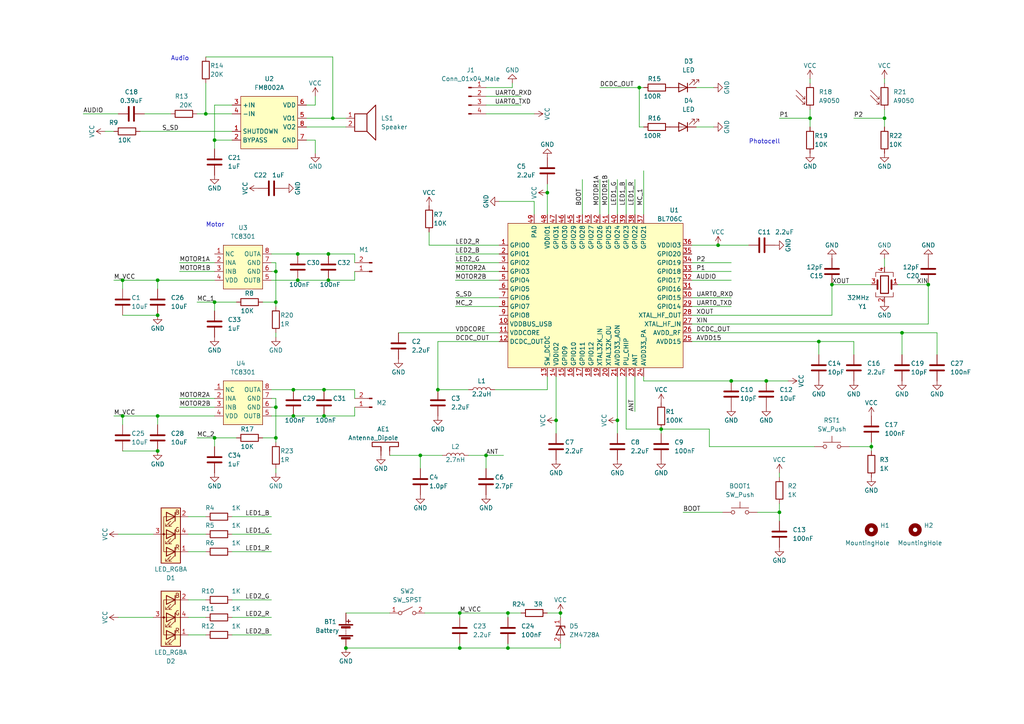
<source format=kicad_sch>
(kicad_sch (version 20211123) (generator eeschema)
  (paper "A4")
  (lib_symbols
    (symbol "BL702 Robot:8002B"
      (property "Reference" "U" (at 0 7.62 0))
      (property "Value" "8002B" (at 0 -11.43 0))
      (symbol "8002B_1_1"
        (pin passive line (at -10.16 -3.81 0) (length 2.54) (name "SHUTDOWN") (number "1"))
        (pin passive line (at -10.16 -6.35 0) (length 2.54) (name "BYPASS") (number "2"))
        (pin passive line (at -10.16 3.81 0) (length 2.54) (name "+IN") (number "3"))
        (pin passive line (at -10.16 1.27 0) (length 2.54) (name "-IN") (number "4"))
        (pin passive line (at 11.43 0 180) (length 2.54) (name "VO1") (number "5"))
        (pin passive line (at 11.43 3.81 180) (length 2.54) (name "VDD") (number "6"))
        (pin passive line (at 11.43 -6.35 180) (length 2.54) (name "GND") (number "7"))
        (pin passive line (at 11.43 -2.54 180) (length 2.54) (name "VO2") (number "8"))
      )
    )
    (symbol "BL706 Robot:TC8301"
      (property "Reference" "U" (at 0 6.35 0))
      (property "Value" "TC8301" (at 0 -8.89 0))
      (symbol "TC8301_1_1"
        (pin passive line (at -7.62 2.54 0) (length 2.54) (name "NC") (number "1"))
        (pin passive line (at -7.62 0 0) (length 2.54) (name "INA") (number "2"))
        (pin passive line (at -7.62 -2.54 0) (length 2.54) (name "INB") (number "3"))
        (pin passive line (at -7.62 -5.08 0) (length 2.54) (name "VDD") (number "4"))
        (pin passive line (at 8.89 -5.08 180) (length 2.54) (name "OUTB") (number "5"))
        (pin passive line (at 8.89 -2.54 180) (length 2.54) (name "GND") (number "6"))
        (pin passive line (at 8.89 0 180) (length 2.54) (name "GND") (number "7"))
        (pin passive line (at 8.89 2.54 180) (length 2.54) (name "OUTA") (number "8"))
      )
    )
    (symbol "BL706_Ethernet:BL706C"
      (property "Reference" "U1" (at 24.13 22.86 0))
      (property "Value" "BL706C" (at 22.86 20.32 0))
      (symbol "BL706C_1_1"
        (pin passive line (at -26.67 12.7 0) (length 2.54) (name "GPIO0") (number "1"))
        (pin passive line (at -26.67 -10.16 0) (length 2.54) (name "VDDBUS_USB") (number "10"))
        (pin passive line (at -26.67 -12.7 0) (length 2.54) (name "VDDCORE") (number "11"))
        (pin passive line (at -26.67 -15.24 0) (length 2.54) (name "DCDC_OUT") (number "12"))
        (pin passive line (at -12.7 -25.4 90) (length 2.54) (name "SW_DCDC") (number "13"))
        (pin passive line (at -10.16 -25.4 90) (length 2.54) (name "VDDIO2") (number "14"))
        (pin passive line (at -7.62 -25.4 90) (length 2.54) (name "GPIO9") (number "15"))
        (pin passive line (at -5.08 -25.4 90) (length 2.54) (name "GPIO10") (number "16"))
        (pin passive line (at -2.54 -25.4 90) (length 2.54) (name "GPIO11") (number "17"))
        (pin passive line (at 0 -25.4 90) (length 2.54) (name "GPIO12") (number "18"))
        (pin passive line (at 2.54 -25.4 90) (length 2.54) (name "XTAL32K_IN") (number "19"))
        (pin passive line (at -26.67 10.16 0) (length 2.54) (name "GPIO1") (number "2"))
        (pin passive line (at 5.08 -25.4 90) (length 2.54) (name "XTAL32K_OU") (number "20"))
        (pin passive line (at 7.62 -25.4 90) (length 2.54) (name "AVDD33_AON") (number "21"))
        (pin passive line (at 10.16 -25.4 90) (length 2.54) (name "PU_CHIP") (number "22"))
        (pin passive line (at 12.7 -25.4 90) (length 2.54) (name "ANT") (number "23"))
        (pin passive line (at 15.24 -25.4 90) (length 2.54) (name "AVDD33_PA") (number "24"))
        (pin passive line (at 29.21 -15.24 180) (length 2.54) (name "AVDD15") (number "25"))
        (pin passive line (at 29.21 -12.7 180) (length 2.54) (name "AVDD_RF") (number "26"))
        (pin passive line (at 29.21 -10.16 180) (length 2.54) (name "XTAL_HF_IN") (number "27"))
        (pin passive line (at 29.21 -7.62 180) (length 2.54) (name "XTAL_HF_OUT") (number "28"))
        (pin passive line (at 29.21 -5.08 180) (length 2.54) (name "GPIO14") (number "29"))
        (pin passive line (at -26.67 7.62 0) (length 2.54) (name "GPIO2") (number "3"))
        (pin passive line (at 29.21 -2.54 180) (length 2.54) (name "GPIO15") (number "30"))
        (pin passive line (at 29.21 0 180) (length 2.54) (name "GPIO16") (number "31"))
        (pin passive line (at 29.21 2.54 180) (length 2.54) (name "GPIO17") (number "32"))
        (pin passive line (at 29.21 5.08 180) (length 2.54) (name "GPIO18") (number "33"))
        (pin passive line (at 29.21 7.62 180) (length 2.54) (name "GPIO19") (number "34"))
        (pin passive line (at 29.21 10.16 180) (length 2.54) (name "GPIO20") (number "35"))
        (pin passive line (at 29.21 12.7 180) (length 2.54) (name "VDDIO3") (number "36"))
        (pin passive line (at 15.24 21.59 270) (length 2.54) (name "GPIO21") (number "37"))
        (pin passive line (at 12.7 21.59 270) (length 2.54) (name "GPIO22") (number "38"))
        (pin passive line (at 10.16 21.59 270) (length 2.54) (name "GPIO23") (number "39"))
        (pin passive line (at -26.67 5.08 0) (length 2.54) (name "GPIO3") (number "4"))
        (pin passive line (at 7.62 21.59 270) (length 2.54) (name "GPIO24") (number "40"))
        (pin passive line (at 5.08 21.59 270) (length 2.54) (name "GPIO25") (number "41"))
        (pin passive line (at 2.54 21.59 270) (length 2.54) (name "GPIO26") (number "42"))
        (pin passive line (at 0 21.59 270) (length 2.54) (name "GPIO27") (number "43"))
        (pin passive line (at -2.54 21.59 270) (length 2.54) (name "GPIO28") (number "44"))
        (pin passive line (at -5.08 21.59 270) (length 2.54) (name "GPIO29") (number "45"))
        (pin passive line (at -7.62 21.59 270) (length 2.54) (name "GPIO30") (number "46"))
        (pin passive line (at -10.16 21.59 270) (length 2.54) (name "GPIO31") (number "47"))
        (pin passive line (at -12.7 21.59 270) (length 2.54) (name "VDDIO1") (number "48"))
        (pin passive line (at -16.51 21.59 270) (length 2.54) (name "PAD") (number "49"))
        (pin passive line (at -26.67 2.54 0) (length 2.54) (name "GPIO4") (number "5"))
        (pin passive line (at -26.67 0 0) (length 2.54) (name "GPIO5") (number "6"))
        (pin passive line (at -26.67 -2.54 0) (length 2.54) (name "GPIO6") (number "7"))
        (pin passive line (at -26.67 -5.08 0) (length 2.54) (name "GPIO7") (number "8"))
        (pin passive line (at -26.67 -7.62 0) (length 2.54) (name "GPIO8") (number "9"))
      )
    )
    (symbol "Connector:Conn_01x02_Male" (pin_names (offset 1.016) hide)
      (property "Reference" "J" (at 0 2.54 0))
      (property "Value" "Conn_01x02_Male" (at 0 -5.08 0))
      (symbol "Conn_01x02_Male_1_1"
        (pin passive line (at 5.08 0 180) (length 3.81) (name "Pin_1") (number "1"))
        (pin passive line (at 5.08 -2.54 180) (length 3.81) (name "Pin_2") (number "2"))
      )
    )
    (symbol "Connector:Conn_01x04_Male" (pin_names (offset 1.016) hide)
      (property "Reference" "J" (at 0 5.08 0))
      (property "Value" "Conn_01x04_Male" (at 0 -7.62 0))
      (symbol "Conn_01x04_Male_1_1"
        (pin passive line (at 5.08 2.54 180) (length 3.81) (name "Pin_1") (number "1"))
        (pin passive line (at 5.08 0 180) (length 3.81) (name "Pin_2") (number "2"))
        (pin passive line (at 5.08 -2.54 180) (length 3.81) (name "Pin_3") (number "3"))
        (pin passive line (at 5.08 -5.08 180) (length 3.81) (name "Pin_4") (number "4"))
      )
    )
    (symbol "Device:Antenna_Dipole" (pin_numbers hide) (pin_names (offset 1.016) hide)
      (property "Reference" "AE" (at 1.27 1.27 0))
      (property "Value" "Antenna_Dipole" (at 1.27 0 0))
      (symbol "Antenna_Dipole_1_1"
        (pin input line (at 0 -5.08 90) (length 2.54) (name "~") (number "1"))
        (pin input line (at 2.54 -5.08 90) (length 2.54) (name "~") (number "2"))
      )
    )
    (symbol "Device:Battery" (pin_numbers hide) (pin_names (offset 0) hide)
      (property "Reference" "BT" (at 2.54 2.54 0))
      (property "Value" "Battery" (at 2.54 0 0))
      (symbol "Battery_1_1"
        (pin passive line (at 0 5.08 270) (length 2.54) (name "+") (number "1"))
        (pin passive line (at 0 -5.08 90) (length 2.54) (name "-") (number "2"))
      )
    )
    (symbol "Device:C" (pin_numbers hide) (pin_names (offset 0.254))
      (property "Reference" "C" (at 0.635 2.54 0))
      (property "Value" "C" (at 0.635 -2.54 0))
      (symbol "C_1_1"
        (pin passive line (at 0 3.81 270) (length 2.794) (name "~") (number "1"))
        (pin passive line (at 0 -3.81 90) (length 2.794) (name "~") (number "2"))
      )
    )
    (symbol "Device:Crystal_GND24" (pin_names (offset 1.016) hide)
      (property "Reference" "Y" (at 3.175 5.08 0))
      (property "Value" "Crystal_GND24" (at 3.175 3.175 0))
      (symbol "Crystal_GND24_1_1"
        (pin passive line (at -3.81 0 0) (length 1.27) (name "1") (number "1"))
        (pin passive line (at 0 5.08 270) (length 1.27) (name "2") (number "2"))
        (pin passive line (at 3.81 0 180) (length 1.27) (name "3") (number "3"))
        (pin passive line (at 0 -5.08 90) (length 1.27) (name "4") (number "4"))
      )
    )
    (symbol "Device:D_Zener" (pin_names (offset 1.016) hide)
      (property "Reference" "D" (at 0 2.54 0))
      (property "Value" "D_Zener" (at 0 -2.54 0))
      (symbol "D_Zener_1_1"
        (pin passive line (at -3.81 0 0) (length 2.54) (name "K") (number "1"))
        (pin passive line (at 3.81 0 180) (length 2.54) (name "A") (number "2"))
      )
    )
    (symbol "Device:L" (pin_numbers hide) (pin_names (offset 1.016) hide)
      (property "Reference" "L" (at -1.27 0 90))
      (property "Value" "L" (at 1.905 0 90))
      (symbol "L_1_1"
        (pin passive line (at 0 3.81 270) (length 1.27) (name "1") (number "1"))
        (pin passive line (at 0 -3.81 90) (length 1.27) (name "2") (number "2"))
      )
    )
    (symbol "Device:LED" (pin_numbers hide) (pin_names (offset 1.016) hide)
      (property "Reference" "D" (at 0 2.54 0))
      (property "Value" "LED" (at 0 -2.54 0))
      (symbol "LED_1_1"
        (pin passive line (at -3.81 0 0) (length 2.54) (name "K") (number "1"))
        (pin passive line (at 3.81 0 180) (length 2.54) (name "A") (number "2"))
      )
    )
    (symbol "Device:LED_RGBA" (pin_names (offset 0) hide)
      (property "Reference" "D1" (at 0 12.7 0))
      (property "Value" "LED_RGBA" (at 0 10.16 0))
      (symbol "LED_RGBA_0_0"
        (text "B" (at -1.905 -6.35 0) (effects (font (size 1.27 1.27))))
        (text "G" (at -1.905 -1.27 0) (effects (font (size 1.27 1.27))))
        (text "R" (at -1.905 3.81 0) (effects (font (size 1.27 1.27))))
      )
      (symbol "LED_RGBA_1_1"
        (pin passive line (at -5.08 5.08 0) (length 2.54) (name "RK") (number "1"))
        (pin passive line (at -5.08 -5.08 0) (length 2.54) (name "BK") (number "2"))
        (pin passive line (at 5.08 0 180) (length 2.54) (name "A") (number "3"))
        (pin passive line (at -5.08 0 0) (length 2.54) (name "GK") (number "4"))
      )
    )
    (symbol "Device:R" (pin_numbers hide) (pin_names (offset 0))
      (property "Reference" "R" (at 2.032 0 90))
      (property "Value" "R" (at 0 0 90))
      (symbol "R_1_1"
        (pin passive line (at 0 3.81 270) (length 1.27) (name "~") (number "1"))
        (pin passive line (at 0 -3.81 90) (length 1.27) (name "~") (number "2"))
      )
    )
    (symbol "Device:Speaker" (pin_names (offset 0) hide)
      (property "Reference" "LS" (at 1.27 5.715 0))
      (property "Value" "Speaker" (at 1.27 3.81 0))
      (symbol "Speaker_1_1"
        (pin input line (at -5.08 0 0) (length 2.54) (name "1") (number "1"))
        (pin input line (at -5.08 -2.54 0) (length 2.54) (name "2") (number "2"))
      )
    )
    (symbol "Mechanical:MountingHole" (pin_names (offset 1.016))
      (property "Reference" "H" (at 0 5.08 0))
      (property "Value" "MountingHole" (at 0 3.175 0))
    )
    (symbol "Sensor_Optical:A9050" (pin_numbers hide) (pin_names (offset 0))
      (property "Reference" "R" (at -5.08 0 90))
      (property "Value" "A9050" (at 1.905 0 90))
      (symbol "A9050_1_1"
        (pin passive line (at 0 3.81 270) (length 1.27) (name "~") (number "1"))
        (pin passive line (at 0 -3.81 90) (length 1.27) (name "~") (number "2"))
      )
    )
    (symbol "Switch:SW_Push" (pin_numbers hide) (pin_names (offset 1.016) hide)
      (property "Reference" "SW" (at 1.27 2.54 0))
      (property "Value" "SW_Push" (at 0 -1.524 0))
      (symbol "SW_Push_0_1"
        (pin passive line (at -5.08 0 0) (length 2.54) (name "1") (number "1"))
        (pin passive line (at 5.08 0 180) (length 2.54) (name "2") (number "2"))
      )
    )
    (symbol "Switch:SW_SPST" (pin_names (offset 0) hide)
      (property "Reference" "SW" (at 0 3.175 0))
      (property "Value" "SW_SPST" (at 0 -2.54 0))
      (symbol "SW_SPST_1_1"
        (pin passive line (at -5.08 0 0) (length 2.54) (name "A") (number "1"))
        (pin passive line (at 5.08 0 180) (length 2.54) (name "B") (number "2"))
      )
    )
    (symbol "power:GND" (power) (pin_names (offset 0))
      (property "Value" "GND" (at 0 -3.81 0))
      (symbol "GND_1_1"
        (pin power_in line (at 0 0 270) (length 0) hide (name "GND") (number "1"))
      )
    )
    (symbol "power:VCC" (power) (pin_names (offset 0))
      (property "Value" "VCC" (at 0 3.81 0))
      (symbol "VCC_1_1"
        (pin power_in line (at 0 0 90) (length 0) hide (name "VCC") (number "1"))
      )
    )
  )
  (junction (at 85.09 120.65))
  (junction (at 95.25 73.66))
  (junction (at 127 113.03))
  (junction (at 234.95 34.29))
  (junction (at 45.72 120.65))
  (junction (at 185.42 25.4))
  (junction (at 121.92 132.08))
  (junction (at 80.01 127))
  (junction (at 191.77 124.46))
  (junction (at 45.72 130.81))
  (junction (at 133.35 187.96))
  (junction (at 62.23 40.64))
  (junction (at 80.01 118.11))
  (junction (at 252.73 129.54))
  (junction (at 86.36 81.28))
  (junction (at 62.23 87.63))
  (junction (at 147.32 187.96))
  (junction (at 269.24 82.55))
  (junction (at 147.32 177.8))
  (junction (at 100.33 187.96))
  (junction (at 80.01 87.63))
  (junction (at 93.98 113.03))
  (junction (at 226.06 148.59))
  (junction (at 86.36 73.66))
  (junction (at 212.09 110.49))
  (junction (at 162.56 177.8))
  (junction (at 261.62 96.52))
  (junction (at 133.35 177.8))
  (junction (at 62.23 127))
  (junction (at 140.97 132.08))
  (junction (at 96.52 34.29))
  (junction (at 95.25 81.28))
  (junction (at 85.09 113.03))
  (junction (at 158.75 55.88))
  (junction (at 35.56 120.65))
  (junction (at 93.98 120.65))
  (junction (at 80.01 78.74))
  (junction (at 208.28 71.12))
  (junction (at 179.07 121.92))
  (junction (at 45.72 91.44))
  (junction (at 237.49 99.06))
  (junction (at 45.72 81.28))
  (junction (at 222.25 110.49))
  (junction (at 35.56 81.28))
  (junction (at 241.3 82.55))
  (junction (at 161.29 121.92))
  (junction (at 59.69 33.02))
  (junction (at 256.54 34.29))
  (wire (pts (xy 181.61 109.22) (xy 181.61 124.46)))
  (wire (pts (xy 78.74 120.65) (xy 85.09 120.65)))
  (wire (pts (xy 62.23 87.63) (xy 68.58 87.63)))
  (wire (pts (xy 234.95 34.29) (xy 234.95 31.75)))
  (wire (pts (xy 247.65 99.06) (xy 247.65 102.87)))
  (wire (pts (xy 132.08 76.2) (xy 144.78 76.2)))
  (wire (pts (xy 184.15 52.07) (xy 184.15 62.23)))
  (wire (pts (xy 33.02 81.28) (xy 35.56 81.28)))
  (wire (pts (xy 57.15 33.02) (xy 59.69 33.02)))
  (wire (pts (xy 80.01 76.2) (xy 80.01 78.74)))
  (wire (pts (xy 59.69 33.02) (xy 67.31 33.02)))
  (wire (pts (xy 115.57 96.52) (xy 144.78 96.52)))
  (wire (pts (xy 100.33 187.96) (xy 133.35 187.96)))
  (wire (pts (xy 162.56 177.8) (xy 162.56 179.07)))
  (wire (pts (xy 59.69 179.07) (xy 54.61 179.07)))
  (wire (pts (xy 198.12 148.59) (xy 209.55 148.59)))
  (wire (pts (xy 52.07 76.2) (xy 62.23 76.2)))
  (wire (pts (xy 226.06 148.59) (xy 226.06 151.13)))
  (wire (pts (xy 158.75 55.88) (xy 158.75 62.23)))
  (wire (pts (xy 200.66 91.44) (xy 241.3 91.44)))
  (wire (pts (xy 252.73 128.27) (xy 252.73 129.54)))
  (wire (pts (xy 80.01 78.74) (xy 78.74 78.74)))
  (wire (pts (xy 154.94 62.23) (xy 154.94 58.42)))
  (wire (pts (xy 59.69 24.13) (xy 59.69 33.02)))
  (wire (pts (xy 200.66 78.74) (xy 212.09 78.74)))
  (wire (pts (xy 88.9 34.29) (xy 96.52 34.29)))
  (wire (pts (xy 35.56 130.81) (xy 45.72 130.81)))
  (wire (pts (xy 173.99 25.4) (xy 185.42 25.4)))
  (wire (pts (xy 135.89 132.08) (xy 140.97 132.08)))
  (wire (pts (xy 113.03 132.08) (xy 121.92 132.08)))
  (wire (pts (xy 67.31 179.07) (xy 78.74 179.07)))
  (wire (pts (xy 67.31 149.86) (xy 78.74 149.86)))
  (wire (pts (xy 200.66 86.36) (xy 212.09 86.36)))
  (wire (pts (xy 127 99.06) (xy 144.78 99.06)))
  (wire (pts (xy 256.54 74.93) (xy 256.54 77.47)))
  (wire (pts (xy 121.92 132.08) (xy 121.92 135.89)))
  (wire (pts (xy 186.69 62.23) (xy 186.69 49.53)))
  (wire (pts (xy 86.36 81.28) (xy 95.25 81.28)))
  (wire (pts (xy 261.62 96.52) (xy 261.62 102.87)))
  (wire (pts (xy 256.54 22.86) (xy 256.54 24.13)))
  (wire (pts (xy 147.32 177.8) (xy 147.32 179.07)))
  (wire (pts (xy 161.29 109.22) (xy 161.29 121.92)))
  (wire (pts (xy 132.08 88.9) (xy 144.78 88.9)))
  (wire (pts (xy 88.9 30.48) (xy 91.44 30.48)))
  (wire (pts (xy 179.07 52.07) (xy 179.07 62.23)))
  (wire (pts (xy 133.35 186.69) (xy 133.35 187.96)))
  (wire (pts (xy 96.52 34.29) (xy 100.33 34.29)))
  (wire (pts (xy 140.97 25.4) (xy 148.59 25.4)))
  (wire (pts (xy 24.13 33.02) (xy 34.29 33.02)))
  (wire (pts (xy 62.23 127) (xy 68.58 127)))
  (wire (pts (xy 102.87 115.57) (xy 102.87 113.03)))
  (wire (pts (xy 100.33 177.8) (xy 113.03 177.8)))
  (wire (pts (xy 59.69 173.99) (xy 54.61 173.99)))
  (wire (pts (xy 269.24 93.98) (xy 269.24 82.55)))
  (wire (pts (xy 179.07 109.22) (xy 179.07 121.92)))
  (wire (pts (xy 154.94 58.42) (xy 144.78 58.42)))
  (wire (pts (xy 52.07 115.57) (xy 62.23 115.57)))
  (wire (pts (xy 247.65 34.29) (xy 256.54 34.29)))
  (wire (pts (xy 85.09 120.65) (xy 93.98 120.65)))
  (wire (pts (xy 191.77 124.46) (xy 191.77 125.73)))
  (wire (pts (xy 78.74 76.2) (xy 80.01 76.2)))
  (wire (pts (xy 133.35 187.96) (xy 147.32 187.96)))
  (wire (pts (xy 140.97 132.08) (xy 146.05 132.08)))
  (wire (pts (xy 140.97 27.94) (xy 151.13 27.94)))
  (wire (pts (xy 200.66 96.52) (xy 261.62 96.52)))
  (wire (pts (xy 35.56 91.44) (xy 45.72 91.44)))
  (wire (pts (xy 102.87 118.11) (xy 102.87 120.65)))
  (wire (pts (xy 208.28 71.12) (xy 217.17 71.12)))
  (wire (pts (xy 140.97 30.48) (xy 151.13 30.48)))
  (wire (pts (xy 34.29 179.07) (xy 44.45 179.07)))
  (wire (pts (xy 124.46 71.12) (xy 144.78 71.12)))
  (wire (pts (xy 181.61 124.46) (xy 191.77 124.46)))
  (wire (pts (xy 200.66 88.9) (xy 212.09 88.9)))
  (wire (pts (xy 80.01 135.89) (xy 80.01 137.16)))
  (wire (pts (xy 200.66 99.06) (xy 237.49 99.06)))
  (wire (pts (xy 252.73 129.54) (xy 252.73 130.81)))
  (wire (pts (xy 185.42 36.83) (xy 185.42 25.4)))
  (wire (pts (xy 148.59 25.4) (xy 148.59 24.13)))
  (wire (pts (xy 86.36 73.66) (xy 95.25 73.66)))
  (wire (pts (xy 76.2 127) (xy 80.01 127)))
  (wire (pts (xy 124.46 67.31) (xy 124.46 71.12)))
  (wire (pts (xy 133.35 177.8) (xy 147.32 177.8)))
  (wire (pts (xy 45.72 120.65) (xy 45.72 123.19)))
  (wire (pts (xy 269.24 82.55) (xy 260.35 82.55)))
  (wire (pts (xy 158.75 113.03) (xy 143.51 113.03)))
  (wire (pts (xy 168.91 52.07) (xy 168.91 62.23)))
  (wire (pts (xy 237.49 99.06) (xy 247.65 99.06)))
  (wire (pts (xy 127 113.03) (xy 135.89 113.03)))
  (wire (pts (xy 147.32 177.8) (xy 151.13 177.8)))
  (wire (pts (xy 226.06 34.29) (xy 234.95 34.29)))
  (wire (pts (xy 186.69 36.83) (xy 185.42 36.83)))
  (wire (pts (xy 30.48 38.1) (xy 33.02 38.1)))
  (wire (pts (xy 234.95 22.86) (xy 234.95 24.13)))
  (wire (pts (xy 80.01 88.9) (xy 80.01 87.63)))
  (wire (pts (xy 88.9 40.64) (xy 91.44 40.64)))
  (wire (pts (xy 176.53 52.07) (xy 176.53 62.23)))
  (wire (pts (xy 78.74 81.28) (xy 86.36 81.28)))
  (wire (pts (xy 271.78 96.52) (xy 271.78 102.87)))
  (wire (pts (xy 133.35 177.8) (xy 133.35 179.07)))
  (wire (pts (xy 205.74 129.54) (xy 205.74 124.46)))
  (wire (pts (xy 57.15 87.63) (xy 62.23 87.63)))
  (wire (pts (xy 45.72 81.28) (xy 45.72 83.82)))
  (wire (pts (xy 200.66 93.98) (xy 269.24 93.98)))
  (wire (pts (xy 52.07 78.74) (xy 62.23 78.74)))
  (wire (pts (xy 80.01 128.27) (xy 80.01 127)))
  (wire (pts (xy 185.42 25.4) (xy 186.69 25.4)))
  (wire (pts (xy 59.69 149.86) (xy 54.61 149.86)))
  (wire (pts (xy 132.08 86.36) (xy 144.78 86.36)))
  (wire (pts (xy 59.69 160.02) (xy 54.61 160.02)))
  (wire (pts (xy 132.08 78.74) (xy 144.78 78.74)))
  (wire (pts (xy 237.49 99.06) (xy 237.49 102.87)))
  (wire (pts (xy 67.31 160.02) (xy 78.74 160.02)))
  (wire (pts (xy 80.01 96.52) (xy 80.01 97.79)))
  (wire (pts (xy 80.01 118.11) (xy 78.74 118.11)))
  (wire (pts (xy 222.25 110.49) (xy 228.6 110.49)))
  (wire (pts (xy 67.31 173.99) (xy 78.74 173.99)))
  (wire (pts (xy 252.73 82.55) (xy 241.3 82.55)))
  (wire (pts (xy 162.56 186.69) (xy 162.56 187.96)))
  (wire (pts (xy 132.08 73.66) (xy 144.78 73.66)))
  (wire (pts (xy 158.75 109.22) (xy 158.75 113.03)))
  (wire (pts (xy 35.56 123.19) (xy 35.56 120.65)))
  (wire (pts (xy 62.23 40.64) (xy 62.23 43.18)))
  (wire (pts (xy 181.61 52.07) (xy 181.61 62.23)))
  (wire (pts (xy 162.56 187.96) (xy 147.32 187.96)))
  (wire (pts (xy 200.66 81.28) (xy 212.09 81.28)))
  (wire (pts (xy 186.69 110.49) (xy 186.69 109.22)))
  (wire (pts (xy 62.23 127) (xy 62.23 129.54)))
  (wire (pts (xy 173.99 52.07) (xy 173.99 62.23)))
  (wire (pts (xy 34.29 154.94) (xy 44.45 154.94)))
  (wire (pts (xy 102.87 81.28) (xy 102.87 78.74)))
  (wire (pts (xy 41.91 33.02) (xy 49.53 33.02)))
  (wire (pts (xy 59.69 184.15) (xy 54.61 184.15)))
  (wire (pts (xy 234.95 36.83) (xy 234.95 34.29)))
  (wire (pts (xy 80.01 78.74) (xy 80.01 87.63)))
  (wire (pts (xy 33.02 120.65) (xy 35.56 120.65)))
  (wire (pts (xy 78.74 73.66) (xy 86.36 73.66)))
  (wire (pts (xy 102.87 73.66) (xy 102.87 76.2)))
  (wire (pts (xy 226.06 146.05) (xy 226.06 148.59)))
  (wire (pts (xy 256.54 36.83) (xy 256.54 34.29)))
  (wire (pts (xy 93.98 113.03) (xy 102.87 113.03)))
  (wire (pts (xy 40.64 38.1) (xy 67.31 38.1)))
  (wire (pts (xy 184.15 109.22) (xy 184.15 119.38)))
  (wire (pts (xy 91.44 40.64) (xy 91.44 44.45)))
  (wire (pts (xy 212.09 110.49) (xy 222.25 110.49)))
  (wire (pts (xy 96.52 16.51) (xy 59.69 16.51)))
  (wire (pts (xy 35.56 81.28) (xy 45.72 81.28)))
  (wire (pts (xy 127 99.06) (xy 127 113.03)))
  (wire (pts (xy 88.9 36.83) (xy 100.33 36.83)))
  (wire (pts (xy 132.08 81.28) (xy 144.78 81.28)))
  (wire (pts (xy 91.44 30.48) (xy 91.44 27.94)))
  (wire (pts (xy 241.3 91.44) (xy 241.3 82.55)))
  (wire (pts (xy 95.25 81.28) (xy 102.87 81.28)))
  (wire (pts (xy 67.31 184.15) (xy 78.74 184.15)))
  (wire (pts (xy 147.32 187.96) (xy 147.32 186.69)))
  (wire (pts (xy 261.62 96.52) (xy 271.78 96.52)))
  (wire (pts (xy 186.69 110.49) (xy 212.09 110.49)))
  (wire (pts (xy 207.01 25.4) (xy 201.93 25.4)))
  (wire (pts (xy 246.38 129.54) (xy 252.73 129.54)))
  (wire (pts (xy 207.01 36.83) (xy 201.93 36.83)))
  (wire (pts (xy 96.52 34.29) (xy 96.52 16.51)))
  (wire (pts (xy 45.72 120.65) (xy 62.23 120.65)))
  (wire (pts (xy 256.54 34.29) (xy 256.54 31.75)))
  (wire (pts (xy 140.97 132.08) (xy 140.97 135.89)))
  (wire (pts (xy 67.31 30.48) (xy 62.23 30.48)))
  (wire (pts (xy 219.71 148.59) (xy 226.06 148.59)))
  (wire (pts (xy 78.74 113.03) (xy 85.09 113.03)))
  (wire (pts (xy 93.98 120.65) (xy 102.87 120.65)))
  (wire (pts (xy 35.56 83.82) (xy 35.56 81.28)))
  (wire (pts (xy 52.07 118.11) (xy 62.23 118.11)))
  (wire (pts (xy 85.09 113.03) (xy 93.98 113.03)))
  (wire (pts (xy 67.31 154.94) (xy 78.74 154.94)))
  (wire (pts (xy 57.15 127) (xy 62.23 127)))
  (wire (pts (xy 158.75 53.34) (xy 158.75 55.88)))
  (wire (pts (xy 123.19 177.8) (xy 133.35 177.8)))
  (wire (pts (xy 62.23 40.64) (xy 67.31 40.64)))
  (wire (pts (xy 76.2 87.63) (xy 80.01 87.63)))
  (wire (pts (xy 78.74 115.57) (xy 80.01 115.57)))
  (wire (pts (xy 80.01 115.57) (xy 80.01 118.11)))
  (wire (pts (xy 35.56 120.65) (xy 45.72 120.65)))
  (wire (pts (xy 161.29 121.92) (xy 161.29 125.73)))
  (wire (pts (xy 200.66 71.12) (xy 208.28 71.12)))
  (wire (pts (xy 205.74 124.46) (xy 191.77 124.46)))
  (wire (pts (xy 200.66 76.2) (xy 212.09 76.2)))
  (wire (pts (xy 80.01 118.11) (xy 80.01 127)))
  (wire (pts (xy 128.27 132.08) (xy 121.92 132.08)))
  (wire (pts (xy 59.69 154.94) (xy 54.61 154.94)))
  (wire (pts (xy 158.75 177.8) (xy 162.56 177.8)))
  (wire (pts (xy 62.23 87.63) (xy 62.23 90.17)))
  (wire (pts (xy 226.06 137.16) (xy 226.06 138.43)))
  (wire (pts (xy 154.94 33.02) (xy 140.97 33.02)))
  (wire (pts (xy 205.74 129.54) (xy 236.22 129.54)))
  (wire (pts (xy 62.23 30.48) (xy 62.23 40.64)))
  (wire (pts (xy 45.72 81.28) (xy 62.23 81.28)))
  (wire (pts (xy 179.07 121.92) (xy 179.07 125.73)))
  (wire (pts (xy 95.25 73.66) (xy 102.87 73.66)))
  (text "Photocell" (at 217.17 41.91 0) (effects (font (size 1.27 1.27)) (justify left bottom)))
  (text "Audio" (at 49.53 17.78 0) (effects (font (size 1.27 1.27)) (justify left bottom)))
  (text "Motor" (at 59.69 66.04 0) (effects (font (size 1.27 1.27)) (justify left bottom)))
  (label "MOTOR1B" (at 52.07 78.74 0))
  (label "MC_1" (at 57.15 87.63 0))
  (label "LED1_G" (at 179.07 59.69 90))
  (label "ANT" (at 140.97 132.08 0))
  (label "MOTOR2A" (at 52.07 115.57 0))
  (label "UART0_TXD" (at 201.93 88.9 0))
  (label "P1" (at 226.06 34.29 0))
  (label "LED2_B" (at 71.12 184.15 0))
  (label "MOTOR1B" (at 176.53 59.69 90))
  (label "LED2_G" (at 132.08 76.2 0))
  (label "UART0_RXD" (at 201.93 86.36 0))
  (label "M_VCC" (at 133.35 177.8 0))
  (label "MOTOR2A" (at 132.08 78.74 0))
  (label "P2" (at 201.93 76.2 0))
  (label "LED1_R" (at 184.15 59.69 90))
  (label "M_VCC" (at 33.02 120.65 0))
  (label "DCDC_OUT" (at 173.99 25.4 0))
  (label "AUDIO" (at 24.13 33.02 0))
  (label "M_VCC" (at 33.02 81.28 0))
  (label "LED2_B" (at 132.08 73.66 0))
  (label "MC_2" (at 57.15 127 0))
  (label "AVDD15" (at 201.93 99.06 0))
  (label "P2" (at 247.65 34.29 0))
  (label "ANT" (at 184.15 119.38 90))
  (label "MC_1" (at 186.69 59.69 90))
  (label "XIN" (at 269.24 82.55 180))
  (label "UART0_TXD" (at 143.51 30.48 0))
  (label "MOTOR1A" (at 52.07 76.2 0))
  (label "MOTOR2B" (at 52.07 118.11 0))
  (label "DCDC_OUT" (at 132.08 99.06 0))
  (label "BOOT" (at 198.12 148.59 0))
  (label "MC_2" (at 132.08 88.9 0))
  (label "S_SD" (at 132.08 86.36 0))
  (label "LED2_R" (at 71.12 179.07 0))
  (label "LED1_B" (at 71.12 149.86 0))
  (label "MOTOR1A" (at 173.99 59.69 90))
  (label "UART0_RXD" (at 143.51 27.94 0))
  (label "LED1_R" (at 71.12 160.02 0))
  (label "S_SD" (at 46.99 38.1 0))
  (label "VDDCORE" (at 132.08 96.52 0))
  (label "P1" (at 201.93 78.74 0))
  (label "XIN" (at 201.93 93.98 0))
  (label "XOUT" (at 246.38 82.55 180))
  (label "MOTOR2B" (at 132.08 81.28 0))
  (label "LED1_B" (at 181.61 59.69 90))
  (label "LED2_R" (at 132.08 71.12 0))
  (label "DCDC_OUT" (at 201.93 96.52 0))
  (label "LED1_G" (at 71.12 154.94 0))
  (label "BOOT" (at 168.91 59.69 90))
  (label "LED2_G" (at 71.12 173.99 0))
  (label "XOUT" (at 201.93 91.44 0))
  (label "AUDIO" (at 201.93 81.28 0))
  (symbol (lib_id "Device:C") (at 237.49 106.68 0) (unit 1)
    (property "Reference" "C14" (at 240.03 105.41 0) (effects (justify left)))
    (property "Value" "10pF" (at 240.03 107.95 0) (effects (justify left)))
    (property "Footprint" "Capacitor_SMD:C_0402_1005Metric" (effects hide))
    (property "LCSC PN" "C32949" (effects hide))
  )
  (symbol (lib_id "power:GND") (at 224.79 71.12 90) (unit 1)
    (property "Reference" "#PWR033" (effects hide))
    (property "Value" "GND" (at 228.6 71.12 0))
  )
  (symbol (lib_id "Sensor_Optical:A9050") (at 256.54 27.94 0) (unit 1)
    (property "Reference" "R21" (at 259.08 26.6699 0) (effects (justify left)))
    (property "Value" "A9050" (at 259.08 29.2099 0) (effects (justify left)))
    (property "Footprint" "OptoDevice:R_LDR_5.0x4.1mm_P3mm_Vertical" (effects hide))
    (property "Datasheet" "http://cdn-reichelt.de/documents/datenblatt/A500/A90xxxx%23PE.pdf" (effects hide))
  )
  (symbol (lib_id "power:GND") (at 191.77 133.35 0) (unit 1)
    (property "Reference" "#PWR028" (effects hide))
    (property "Value" "GND" (at 191.77 137.16 0))
  )
  (symbol (lib_id "power:GND") (at 161.29 133.35 0) (unit 1)
    (property "Reference" "#PWR020" (effects hide))
    (property "Value" "GND" (at 161.29 137.16 0))
  )
  (symbol (lib_id "Device:R") (at 63.5 184.15 90) (unit 1)
    (property "Reference" "R12" (at 62.23 181.61 90) (effects (justify left)))
    (property "Value" "1K" (at 69.85 181.61 90) (effects (justify left)))
    (property "Footprint" "Resistor_SMD:R_0402_1005Metric" (effects hide))
    (property "LCSC PN" "C11702" (effects hide))
  )
  (symbol (lib_id "Device:C") (at 62.23 93.98 0) (unit 1)
    (property "Reference" "C33" (at 66.04 92.7099 0) (effects (justify left)))
    (property "Value" "1uF" (at 66.04 95.2499 0) (effects (justify left)))
    (property "Footprint" "Capacitor_SMD:C_0603_1608Metric" (effects hide))
  )
  (symbol (lib_id "BL702 Robot:8002B") (at 77.47 34.29 0) (unit 1)
    (property "Reference" "U2" (at 78.105 22.86 0))
    (property "Value" "FM8002A" (at 78.105 25.4 0))
    (property "Footprint" "Package_SO:SOP-8_3.9x4.9mm_P1.27mm" (effects hide))
    (property "LCSC" "C94625" (effects hide))
  )
  (symbol (lib_id "Device:C") (at 220.98 71.12 270) (unit 1)
    (property "Reference" "C11" (at 219.71 67.31 90) (effects (justify left)))
    (property "Value" "2.2uF" (at 224.79 67.31 90) (effects (justify left)))
    (property "Footprint" "Capacitor_SMD:C_0402_1005Metric" (effects hide))
    (property "LCSC PN" "C12530" (effects hide))
  )
  (symbol (lib_id "power:GND") (at 207.01 36.83 90) (unit 1)
    (property "Reference" "#PWR040" (effects hide))
    (property "Value" "GND" (at 210.82 36.83 0))
  )
  (symbol (lib_id "Device:R") (at 36.83 38.1 90) (unit 1)
    (property "Reference" "R9" (at 34.29 35.56 90) (effects (justify left)))
    (property "Value" "10K" (at 38.1 40.64 90) (effects (justify left)))
    (property "Footprint" "Resistor_SMD:R_0402_1005Metric" (effects hide))
    (property "LCSC PN" "C25744" (effects hide))
  )
  (symbol (lib_id "Device:L") (at 132.08 132.08 90) (unit 1)
    (property "Reference" "L2" (at 132.08 129.54 90))
    (property "Value" "2.7nH" (at 132.08 133.35 90))
    (property "Footprint" "Inductor_SMD:L_0402_1005Metric" (effects hide))
  )
  (symbol (lib_id "Device:R") (at 63.5 154.94 90) (unit 1)
    (property "Reference" "R5" (at 62.23 152.4 90) (effects (justify left)))
    (property "Value" "1K" (at 69.85 152.4 90) (effects (justify left)))
    (property "Footprint" "Resistor_SMD:R_0402_1005Metric" (effects hide))
    (property "LCSC PN" "C11702" (effects hide))
  )
  (symbol (lib_id "Device:R") (at 234.95 40.64 0) (unit 1)
    (property "Reference" "R19" (at 236.22 39.37 0) (effects (justify left)))
    (property "Value" "10K" (at 236.22 41.91 0) (effects (justify left)))
    (property "Footprint" "Resistor_SMD:R_0402_1005Metric" (effects hide))
    (property "LCSC PN" "C25744" (effects hide))
  )
  (symbol (lib_id "Device:R") (at 154.94 177.8 90) (unit 1)
    (property "Reference" "R24" (at 152.4 175.26 90) (effects (justify left)))
    (property "Value" "3R" (at 157.48 175.26 90) (effects (justify left)))
    (property "Footprint" "Resistor_SMD:R_1206_3216Metric" (effects hide))
  )
  (symbol (lib_id "power:GND") (at 115.57 104.14 0) (unit 1)
    (property "Reference" "#PWR07" (effects hide))
    (property "Value" "GND" (at 115.57 107.95 0))
  )
  (symbol (lib_id "Device:C") (at 140.97 139.7 0) (unit 1)
    (property "Reference" "C6" (at 143.51 138.43 0) (effects (justify left)))
    (property "Value" "2.7pF" (at 143.51 140.97 0) (effects (justify left)))
    (property "Footprint" "Capacitor_SMD:C_0402_1005Metric" (effects hide))
  )
  (symbol (lib_id "Device:C") (at 35.56 127 0) (unit 1)
    (property "Reference" "C25" (at 38.1 125.73 0) (effects (justify left)))
    (property "Value" "10uF" (at 38.1 128.27 0) (effects (justify left)))
    (property "Footprint" "Capacitor_SMD:C_0603_1608Metric" (effects hide))
    (property "LCSC PN" "C96446" (effects hide))
  )
  (symbol (lib_id "power:GND") (at 234.95 44.45 0) (unit 1)
    (property "Reference" "#PWR051" (effects hide))
    (property "Value" "GND" (at 234.95 48.26 0))
  )
  (symbol (lib_id "Device:C") (at 95.25 77.47 0) (unit 1)
    (property "Reference" "C32" (at 97.79 76.2 0) (effects (justify left)))
    (property "Value" "100nF" (at 92.71 82.55 0) (effects (justify left)))
    (property "Footprint" "Capacitor_SMD:C_0402_1005Metric" (effects hide))
    (property "LCSC PN" "C307331" (effects hide))
  )
  (symbol (lib_id "power:VCC") (at 34.29 179.07 90) (unit 1)
    (property "Reference" "#PWR03" (effects hide))
    (property "Value" "VCC" (at 30.48 179.07 0))
  )
  (symbol (lib_id "Device:R") (at 190.5 25.4 90) (unit 1)
    (property "Reference" "R15" (at 191.77 22.86 90) (effects (justify left)))
    (property "Value" "100R" (at 191.77 27.94 90) (effects (justify left)))
    (property "Footprint" "Resistor_SMD:R_0402_1005Metric" (effects hide))
  )
  (symbol (lib_id "Device:R") (at 226.06 142.24 180) (unit 1)
    (property "Reference" "R2" (at 231.14 140.97 0) (effects (justify left)))
    (property "Value" "1K" (at 231.14 143.51 0) (effects (justify left)))
    (property "Footprint" "Resistor_SMD:R_0402_1005Metric" (effects hide))
    (property "LCSC PN" "C11702" (effects hide))
  )
  (symbol (lib_id "Device:C") (at 179.07 129.54 0) (unit 1)
    (property "Reference" "C8" (at 182.88 128.2699 0) (effects (justify left)))
    (property "Value" "2.2uF" (at 182.88 130.8099 0) (effects (justify left)))
    (property "Footprint" "Capacitor_SMD:C_0402_1005Metric" (effects hide))
    (property "LCSC PN" "C12530" (effects hide))
  )
  (symbol (lib_id "power:GND") (at 261.62 110.49 0) (unit 1)
    (property "Reference" "#PWR049" (effects hide))
    (property "Value" "GND" (at 261.62 114.3 0))
  )
  (symbol (lib_id "Device:C") (at 86.36 77.47 0) (unit 1)
    (property "Reference" "C30" (at 88.9 76.2 0) (effects (justify left)))
    (property "Value" "100nF" (at 83.82 82.55 0) (effects (justify left)))
    (property "Footprint" "Capacitor_SMD:C_0402_1005Metric" (effects hide))
    (property "LCSC PN" "C307331" (effects hide))
  )
  (symbol (lib_id "power:GND") (at 110.49 132.08 0) (unit 1)
    (property "Reference" "#PWR036" (effects hide))
    (property "Value" "GND" (at 110.49 135.89 0))
  )
  (symbol (lib_id "power:VCC") (at 179.07 121.92 90) (unit 1)
    (property "Reference" "#PWR0103" (effects hide))
    (property "Value" "VCC" (at 175.26 121.92 0))
  )
  (symbol (lib_id "Device:R") (at 124.46 63.5 0) (unit 1)
    (property "Reference" "R7" (at 125.73 62.23 0) (effects (justify left)))
    (property "Value" "10K" (at 125.73 64.77 0) (effects (justify left)))
    (property "Footprint" "Resistor_SMD:R_0402_1005Metric" (effects hide))
    (property "LCSC PN" "C25744" (effects hide))
  )
  (symbol (lib_id "power:GND") (at 144.78 58.42 270) (unit 1)
    (property "Reference" "#PWR010" (effects hide))
    (property "Value" "GND" (at 140.97 58.42 0))
  )
  (symbol (lib_id "Device:C") (at 38.1 33.02 90) (unit 1)
    (property "Reference" "C18" (at 38.1 26.67 90))
    (property "Value" "0.39uF" (at 38.1 29.21 90))
    (property "Footprint" "Capacitor_SMD:C_0603_1608Metric" (effects hide))
  )
  (symbol (lib_id "Device:R") (at 191.77 120.65 0) (unit 1)
    (property "Reference" "R1" (at 193.04 119.38 0) (effects (justify left)))
    (property "Value" "100K" (at 193.04 121.92 0) (effects (justify left)))
    (property "Footprint" "Resistor_SMD:R_0402_1005Metric" (effects hide))
    (property "LCSC PN" "C25744" (effects hide))
  )
  (symbol (lib_id "power:VCC") (at 191.77 116.84 0) (unit 1)
    (property "Reference" "#PWR0101" (effects hide))
    (property "Value" "VCC" (at 191.77 113.03 0))
  )
  (symbol (lib_id "power:GND") (at 62.23 137.16 0) (unit 1)
    (property "Reference" "#PWR034" (effects hide))
    (property "Value" "GND" (at 62.23 140.97 0))
  )
  (symbol (lib_id "Device:C") (at 62.23 133.35 0) (unit 1)
    (property "Reference" "C34" (at 66.04 132.0799 0) (effects (justify left)))
    (property "Value" "1uF" (at 66.04 134.6199 0) (effects (justify left)))
    (property "Footprint" "Capacitor_SMD:C_0603_1608Metric" (effects hide))
  )
  (symbol (lib_id "power:GND") (at 241.3 74.93 180) (unit 1)
    (property "Reference" "#PWR041" (effects hide))
    (property "Value" "GND" (at 241.3 71.12 0))
  )
  (symbol (lib_id "Device:R") (at 190.5 36.83 90) (unit 1)
    (property "Reference" "R16" (at 191.77 34.29 90) (effects (justify left)))
    (property "Value" "100R" (at 191.77 39.37 90) (effects (justify left)))
    (property "Footprint" "Resistor_SMD:R_0402_1005Metric" (effects hide))
  )
  (symbol (lib_id "power:GND") (at 121.92 143.51 0) (unit 1)
    (property "Reference" "#PWR09" (effects hide))
    (property "Value" "GND" (at 121.92 147.32 0))
  )
  (symbol (lib_id "power:GND") (at 212.09 118.11 0) (unit 1)
    (property "Reference" "#PWR031" (effects hide))
    (property "Value" "GND" (at 212.09 121.92 0))
  )
  (symbol (lib_id "power:GND") (at 256.54 74.93 180) (unit 1)
    (property "Reference" "#PWR045" (effects hide))
    (property "Value" "GND" (at 256.54 71.12 0))
  )
  (symbol (lib_id "power:GND") (at 252.73 138.43 0) (unit 1)
    (property "Reference" "#PWR044" (effects hide))
    (property "Value" "GND" (at 252.73 142.24 0))
  )
  (symbol (lib_id "Mechanical:MountingHole") (at 265.43 153.67 0) (unit 1)
    (property "Reference" "H2" (at 267.97 152.3999 0) (effects (justify left)))
    (property "Value" "MountingHole" (at 260.35 157.48 0) (effects (justify left)))
    (property "Footprint" "MountingHole:MountingHole_3mm" (effects hide))
  )
  (symbol (lib_id "power:GND") (at 247.65 110.49 0) (unit 1)
    (property "Reference" "#PWR042" (effects hide))
    (property "Value" "GND" (at 247.65 114.3 0))
  )
  (symbol (lib_id "Connector:Conn_01x02_Male") (at 107.95 118.11 180) (unit 1)
    (property "Reference" "M2" (at 109.22 116.8399 0) (effects (justify right)))
    (property "Value" "Conn_01x02_Male" (effects hide))
    (property "Footprint" "Connector_JST:JST_XH_B2B-XH-A_1x02_P2.50mm_Vertical" (effects hide))
    (property "LCSC" "C158012" (effects hide))
  )
  (symbol (lib_id "BL706 Robot:TC8301") (at 69.85 76.2 0) (unit 1)
    (property "Reference" "U3" (at 70.485 66.04 0))
    (property "Value" "TC8301" (at 70.485 68.58 0))
    (property "Footprint" "Package_SO:SOP-8_3.9x4.9mm_P1.27mm" (effects hide))
  )
  (symbol (lib_id "Device:R") (at 63.5 160.02 90) (unit 1)
    (property "Reference" "R6" (at 62.23 157.48 90) (effects (justify left)))
    (property "Value" "1K" (at 69.85 157.48 90) (effects (justify left)))
    (property "Footprint" "Resistor_SMD:R_0402_1005Metric" (effects hide))
    (property "LCSC PN" "C11702" (effects hide))
  )
  (symbol (lib_id "Device:C") (at 45.72 87.63 0) (unit 1)
    (property "Reference" "C26" (at 49.53 86.3599 0) (effects (justify left)))
    (property "Value" "10uF" (at 49.53 88.8999 0) (effects (justify left)))
    (property "Footprint" "Capacitor_SMD:C_0603_1608Metric" (effects hide))
    (property "LCSC PN" "C96446" (effects hide))
  )
  (symbol (lib_id "Device:C") (at 115.57 100.33 0) (unit 1)
    (property "Reference" "C2" (at 119.38 99.0599 0) (effects (justify left)))
    (property "Value" "2.2uF" (at 119.38 101.5999 0) (effects (justify left)))
    (property "Footprint" "Capacitor_SMD:C_0402_1005Metric" (effects hide))
    (property "LCSC PN" "C12530" (effects hide))
  )
  (symbol (lib_id "Device:LED") (at 198.12 25.4 180) (unit 1)
    (property "Reference" "D3" (at 199.7075 17.78 0))
    (property "Value" "LED" (at 199.7075 20.32 0))
    (property "Footprint" "LED_THT:LED_D3.0mm_Horizontal_O1.27mm_Z2.0mm" (effects hide))
  )
  (symbol (lib_id "Device:Antenna_Dipole") (at 113.03 127 0) (mirror y) (unit 1)
    (property "Reference" "AE1" (at 113.03 124.46 0) (effects (justify left)))
    (property "Value" "Antenna_Dipole" (at 115.57 127 0) (effects (justify left)))
    (property "Footprint" "RF_Antenna:Texas_SWRA117D_2.4GHz_Right" (effects hide))
  )
  (symbol (lib_id "power:GND") (at 127 120.65 0) (unit 1)
    (property "Reference" "#PWR08" (effects hide))
    (property "Value" "GND" (at 127 124.46 0))
  )
  (symbol (lib_id "Device:Speaker") (at 105.41 34.29 0) (unit 1)
    (property "Reference" "LS1" (at 110.49 34.2899 0) (effects (justify left)))
    (property "Value" "Speaker" (at 110.49 36.8299 0) (effects (justify left)))
    (property "Footprint" "Connector_JST:JST_XH_B2B-XH-A_1x02_P2.50mm_Vertical" (effects hide))
    (property "LCSC" "C158012" (effects hide))
  )
  (symbol (lib_id "Device:LED_RGBA") (at 49.53 154.94 180) (unit 1)
    (property "Reference" "D1" (at 49.53 167.64 0))
    (property "Value" "LED_RGBA" (at 49.53 165.1 0))
    (property "Footprint" "USB A SMD PAD:FM-B2020RGBA-HG" (effects hide))
    (property "LCSC PN" "C108793" (effects hide))
  )
  (symbol (lib_id "Device:C") (at 222.25 114.3 0) (unit 1)
    (property "Reference" "C12" (at 226.06 113.0299 0) (effects (justify left)))
    (property "Value" "10uF" (at 226.06 115.5699 0) (effects (justify left)))
    (property "Footprint" "Capacitor_SMD:C_0603_1608Metric" (effects hide))
    (property "LCSC PN" "C96446" (effects hide))
  )
  (symbol (lib_id "Device:R") (at 53.34 33.02 90) (unit 1)
    (property "Reference" "R13" (at 54.61 27.94 90) (effects (justify left)))
    (property "Value" "20K" (at 55.88 30.48 90) (effects (justify left)))
    (property "Footprint" "Resistor_SMD:R_0402_1005Metric" (effects hide))
    (property "LCSC PN" "C25765" (effects hide))
  )
  (symbol (lib_id "power:VCC") (at 252.73 120.65 0) (unit 1)
    (property "Reference" "#PWR0105" (effects hide))
    (property "Value" "VCC" (at 252.73 116.84 0))
  )
  (symbol (lib_id "power:GND") (at 256.54 44.45 0) (unit 1)
    (property "Reference" "#PWR055" (effects hide))
    (property "Value" "GND" (at 256.54 48.26 0))
  )
  (symbol (lib_id "Device:C") (at 247.65 106.68 0) (unit 1)
    (property "Reference" "C16" (at 251.46 105.4099 0) (effects (justify left)))
    (property "Value" "2.2uF" (at 251.46 107.9499 0) (effects (justify left)))
    (property "Footprint" "Capacitor_SMD:C_0402_1005Metric" (effects hide))
    (property "LCSC PN" "C12530" (effects hide))
  )
  (symbol (lib_id "Device:C") (at 269.24 78.74 180) (unit 1)
    (property "Reference" "C20" (at 266.7 80.01 0) (effects (justify left)))
    (property "Value" "12pF" (at 266.7 77.47 0) (effects (justify left)))
    (property "Footprint" "Capacitor_SMD:C_0402_1005Metric" (effects hide))
    (property "LCSC PN" "C1547" (effects hide))
  )
  (symbol (lib_id "power:GND") (at 207.01 25.4 90) (unit 1)
    (property "Reference" "#PWR038" (effects hide))
    (property "Value" "GND" (at 210.82 25.4 0))
  )
  (symbol (lib_id "power:GND") (at 62.23 50.8 0) (unit 1)
    (property "Reference" "#PWR014" (effects hide))
    (property "Value" "GND" (at 62.23 54.61 0))
  )
  (symbol (lib_id "Device:R") (at 72.39 127 90) (unit 1)
    (property "Reference" "R17" (at 73.66 124.46 90) (effects (justify left)))
    (property "Value" "10K" (at 73.66 129.54 90) (effects (justify left)))
    (property "Footprint" "Resistor_SMD:R_0402_1005Metric" (effects hide))
    (property "LCSC PN" "C25744" (effects hide))
  )
  (symbol (lib_id "power:GND") (at 91.44 44.45 0) (unit 1)
    (property "Reference" "#PWR021" (effects hide))
    (property "Value" "GND" (at 91.44 48.26 0))
  )
  (symbol (lib_id "power:GND") (at 269.24 74.93 180) (unit 1)
    (property "Reference" "#PWR057" (effects hide))
    (property "Value" "GND" (at 269.24 71.12 0))
  )
  (symbol (lib_id "Device:R") (at 80.01 92.71 0) (unit 1)
    (property "Reference" "R20" (at 81.28 91.44 0) (effects (justify left)))
    (property "Value" "1R" (at 81.28 93.98 0) (effects (justify left)))
    (property "Footprint" "Resistor_SMD:R_1206_3216Metric" (effects hide))
    (property "LCSC PN" "C17928" (effects hide))
  )
  (symbol (lib_id "power:VCC") (at 124.46 59.69 0) (unit 1)
    (property "Reference" "#PWR029" (effects hide))
    (property "Value" "VCC" (at 124.46 55.88 0))
  )
  (symbol (lib_id "Device:R") (at 63.5 149.86 90) (unit 1)
    (property "Reference" "R4" (at 62.23 147.32 90) (effects (justify left)))
    (property "Value" "1K" (at 69.85 147.32 90) (effects (justify left)))
    (property "Footprint" "Resistor_SMD:R_0402_1005Metric" (effects hide))
    (property "LCSC PN" "C11702" (effects hide))
  )
  (symbol (lib_id "power:GND") (at 140.97 143.51 0) (unit 1)
    (property "Reference" "#PWR012" (effects hide))
    (property "Value" "GND" (at 140.97 147.32 0))
  )
  (symbol (lib_id "Device:C") (at 45.72 127 0) (unit 1)
    (property "Reference" "C28" (at 49.53 125.7299 0) (effects (justify left)))
    (property "Value" "10uF" (at 49.53 128.2699 0) (effects (justify left)))
    (property "Footprint" "Capacitor_SMD:C_0603_1608Metric" (effects hide))
    (property "LCSC PN" "C96446" (effects hide))
  )
  (symbol (lib_id "power:VCC") (at 208.28 71.12 0) (unit 1)
    (property "Reference" "#PWR0108" (effects hide))
    (property "Value" "VCC" (at 208.28 67.31 0))
  )
  (symbol (lib_id "Device:C") (at 261.62 106.68 0) (unit 1)
    (property "Reference" "C19" (at 264.16 105.41 0) (effects (justify left)))
    (property "Value" "10pF" (at 264.16 107.95 0) (effects (justify left)))
    (property "Footprint" "Capacitor_SMD:C_0402_1005Metric" (effects hide))
    (property "LCSC PN" "C32949" (effects hide))
  )
  (symbol (lib_id "Device:C") (at 161.29 129.54 0) (unit 1)
    (property "Reference" "C7" (at 163.83 128.27 0) (effects (justify left)))
    (property "Value" "2.2uF" (at 163.83 130.81 0) (effects (justify left)))
    (property "Footprint" "Capacitor_SMD:C_0402_1005Metric" (effects hide))
    (property "LCSC PN" "C12530" (effects hide))
  )
  (symbol (lib_id "Device:C") (at 241.3 78.74 180) (unit 1)
    (property "Reference" "C15" (at 238.76 80.01 0) (effects (justify left)))
    (property "Value" "12pF" (at 238.76 77.47 0) (effects (justify left)))
    (property "Footprint" "Capacitor_SMD:C_0402_1005Metric" (effects hide))
  )
  (symbol (lib_id "Device:C") (at 191.77 129.54 0) (unit 1)
    (property "Reference" "C9" (at 195.58 128.2699 0) (effects (justify left)))
    (property "Value" "100nF" (at 195.58 130.81 0) (effects (justify left)))
    (property "Footprint" "Capacitor_SMD:C_0402_1005Metric" (effects hide))
    (property "LCSC PN" "C307331" (effects hide))
  )
  (symbol (lib_id "Device:C") (at 271.78 106.68 0) (unit 1)
    (property "Reference" "C27" (at 275.59 105.4099 0) (effects (justify left)))
    (property "Value" "100nF" (at 275.59 107.9499 0) (effects (justify left)))
    (property "Footprint" "Capacitor_SMD:C_0402_1005Metric" (effects hide))
    (property "LCSC PN" "C307331" (effects hide))
  )
  (symbol (lib_id "power:GND") (at 100.33 187.96 0) (unit 1)
    (property "Reference" "#PWR022" (effects hide))
    (property "Value" "GND" (at 100.33 191.77 0))
  )
  (symbol (lib_id "Device:R") (at 252.73 134.62 180) (unit 1)
    (property "Reference" "R3" (at 257.81 133.35 0) (effects (justify left)))
    (property "Value" "1K" (at 257.81 135.89 0) (effects (justify left)))
    (property "Footprint" "Resistor_SMD:R_0402_1005Metric" (effects hide))
    (property "LCSC PN" "C11702" (effects hide))
  )
  (symbol (lib_id "power:VCC") (at 161.29 121.92 90) (unit 1)
    (property "Reference" "#PWR0102" (effects hide))
    (property "Value" "VCC" (at 157.48 121.92 0))
  )
  (symbol (lib_id "power:GND") (at 222.25 118.11 0) (unit 1)
    (property "Reference" "#PWR032" (effects hide))
    (property "Value" "GND" (at 222.25 121.92 0))
  )
  (symbol (lib_id "Device:C") (at 85.09 116.84 0) (unit 1)
    (property "Reference" "C29" (at 87.63 115.57 0) (effects (justify left)))
    (property "Value" "100nF" (at 82.55 121.92 0) (effects (justify left)))
    (property "Footprint" "Capacitor_SMD:C_0402_1005Metric" (effects hide))
    (property "LCSC PN" "C307331" (effects hide))
  )
  (symbol (lib_id "power:VCC") (at 162.56 177.8 0) (unit 1)
    (property "Reference" "#PWR05" (effects hide))
    (property "Value" "VCC" (at 162.56 173.99 0))
  )
  (symbol (lib_id "power:VCC") (at 226.06 137.16 0) (unit 1)
    (property "Reference" "#PWR0106" (effects hide))
    (property "Value" "VCC" (at 226.06 133.35 0))
  )
  (symbol (lib_id "power:VCC") (at 34.29 154.94 90) (unit 1)
    (property "Reference" "#PWR02" (effects hide))
    (property "Value" "VCC" (at 30.48 154.94 0))
  )
  (symbol (lib_id "Device:LED") (at 198.12 36.83 180) (unit 1)
    (property "Reference" "D4" (at 199.7075 29.21 0))
    (property "Value" "LED" (at 199.7075 31.75 0))
    (property "Footprint" "LED_THT:LED_D3.0mm_Horizontal_O1.27mm_Z2.0mm" (effects hide))
  )
  (symbol (lib_id "power:GND") (at 45.72 130.81 0) (unit 1)
    (property "Reference" "#PWR019" (effects hide))
    (property "Value" "GND" (at 45.72 134.62 0))
  )
  (symbol (lib_id "BL706 Robot:TC8301") (at 69.85 115.57 0) (unit 1)
    (property "Reference" "U4" (at 69.85 105.41 0))
    (property "Value" "TC8301" (at 70.485 107.95 0))
    (property "Footprint" "Package_SO:SOP-8_3.9x4.9mm_P1.27mm" (effects hide))
  )
  (symbol (lib_id "Device:R") (at 80.01 132.08 0) (unit 1)
    (property "Reference" "R23" (at 81.28 130.81 0) (effects (justify left)))
    (property "Value" "1R" (at 81.28 133.35 0) (effects (justify left)))
    (property "Footprint" "Resistor_SMD:R_1206_3216Metric" (effects hide))
    (property "LCSC PN" "C17928" (effects hide))
  )
  (symbol (lib_id "Device:C") (at 78.74 54.61 90) (unit 1)
    (property "Reference" "C22" (at 77.47 50.8 90) (effects (justify left)))
    (property "Value" "1uF" (at 82.55 50.8 90) (effects (justify left)))
    (property "Footprint" "Capacitor_SMD:C_0603_1608Metric" (effects hide))
  )
  (symbol (lib_id "Device:C") (at 133.35 182.88 0) (unit 1)
    (property "Reference" "C23" (at 137.16 181.6099 0) (effects (justify left)))
    (property "Value" "2.2uF" (at 137.16 184.1499 0) (effects (justify left)))
    (property "Footprint" "Capacitor_SMD:C_0402_1005Metric" (effects hide))
    (property "LCSC PN" "C12530" (effects hide))
  )
  (symbol (lib_id "power:VCC") (at 30.48 38.1 90) (unit 1)
    (property "Reference" "#PWR011" (effects hide))
    (property "Value" "VCC" (at 26.67 38.1 0))
  )
  (symbol (lib_id "Device:C") (at 147.32 182.88 0) (unit 1)
    (property "Reference" "C24" (at 151.13 181.6099 0) (effects (justify left)))
    (property "Value" "100nF" (at 151.13 184.1499 0) (effects (justify left)))
    (property "Footprint" "Capacitor_SMD:C_0402_1005Metric" (effects hide))
    (property "LCSC PN" "C307331" (effects hide))
  )
  (symbol (lib_id "BL706_Ethernet:BL706C") (at 171.45 83.82 0) (unit 1)
    (property "Reference" "U1" (at 195.58 60.96 0))
    (property "Value" "BL706C" (at 194.31 63.5 0))
    (property "Footprint" "Package_DFN_QFN:QFN-48-1EP_6x6mm_P0.4mm_EP4.3x4.3mm" (effects hide))
  )
  (symbol (lib_id "power:GND") (at 226.06 158.75 0) (unit 1)
    (property "Reference" "#PWR035" (effects hide))
    (property "Value" "GND" (at 226.06 162.56 0))
  )
  (symbol (lib_id "Device:C") (at 127 116.84 0) (unit 1)
    (property "Reference" "C3" (at 130.81 115.5699 0) (effects (justify left)))
    (property "Value" "2.2uF" (at 130.81 118.1099 0) (effects (justify left)))
    (property "Footprint" "Capacitor_SMD:C_0402_1005Metric" (effects hide))
    (property "LCSC PN" "C12530" (effects hide))
  )
  (symbol (lib_id "power:GND") (at 82.55 54.61 90) (unit 1)
    (property "Reference" "#PWR017" (effects hide))
    (property "Value" "GND" (at 86.36 54.61 0))
  )
  (symbol (lib_id "power:VCC") (at 154.94 33.02 270) (unit 1)
    (property "Reference" "#PWR01" (effects hide))
    (property "Value" "VCC" (at 158.75 33.02 0))
  )
  (symbol (lib_id "Device:Crystal_GND24") (at 256.54 82.55 180) (unit 1)
    (property "Reference" "Y1" (at 250.19 88.9 0))
    (property "Value" "32MHz" (at 248.92 86.36 0))
    (property "Footprint" "Crystal:Crystal_SMD_2016-4Pin_2.0x1.6mm" (effects hide))
    (property "LCSC PN" "C255896" (effects hide))
  )
  (symbol (lib_id "Device:L") (at 139.7 113.03 90) (unit 1)
    (property "Reference" "L1" (at 139.7 110.49 90))
    (property "Value" "2.2uH" (at 139.7 114.3 90))
    (property "Footprint" "Inductor_SMD:L_0805_2012Metric" (effects hide))
    (property "LCSC PN" "C86089" (effects hide))
  )
  (symbol (lib_id "Connector:Conn_01x04_Male") (at 135.89 27.94 0) (unit 1)
    (property "Reference" "J1" (at 136.525 20.32 0))
    (property "Value" "Conn_01x04_Male" (at 136.525 22.86 0))
    (property "Footprint" "Connector_PinHeader_2.54mm:PinHeader_1x04_P2.54mm_Vertical" (effects hide))
  )
  (symbol (lib_id "power:GND") (at 80.01 137.16 0) (unit 1)
    (property "Reference" "#PWR025" (effects hide))
    (property "Value" "GND" (at 80.01 140.97 0))
  )
  (symbol (lib_id "Sensor_Optical:A9050") (at 234.95 27.94 0) (unit 1)
    (property "Reference" "R18" (at 237.49 26.6699 0) (effects (justify left)))
    (property "Value" "A9050" (at 237.49 29.2099 0) (effects (justify left)))
    (property "Footprint" "OptoDevice:R_LDR_5.0x4.1mm_P3mm_Vertical" (effects hide))
    (property "Datasheet" "http://cdn-reichelt.de/documents/datenblatt/A500/A90xxxx%23PE.pdf" (effects hide))
  )
  (symbol (lib_id "Device:C") (at 35.56 87.63 0) (unit 1)
    (property "Reference" "C1" (at 38.1 86.36 0) (effects (justify left)))
    (property "Value" "10uF" (at 38.1 88.9 0) (effects (justify left)))
    (property "Footprint" "Capacitor_SMD:C_0603_1608Metric" (effects hide))
    (property "LCSC PN" "C96446" (effects hide))
  )
  (symbol (lib_id "Switch:SW_Push") (at 214.63 148.59 0) (unit 1)
    (property "Reference" "BOOT1" (at 214.63 140.97 0))
    (property "Value" "SW_Push" (at 214.63 143.51 0))
    (property "Footprint" "Button_Switch_SMD:SW_SPST_EVQPE1" (effects hide))
    (property "LCSC PN" "C720477" (effects hide))
  )
  (symbol (lib_id "Device:R") (at 59.69 20.32 0) (unit 1)
    (property "Reference" "R14" (at 60.96 19.05 0) (effects (justify left)))
    (property "Value" "20K" (at 60.96 21.59 0) (effects (justify left)))
    (property "Footprint" "Resistor_SMD:R_0402_1005Metric" (effects hide))
    (property "LCSC PN" "C25765" (effects hide))
  )
  (symbol (lib_id "Device:C") (at 158.75 49.53 0) (unit 1)
    (property "Reference" "C5" (at 149.86 48.26 0) (effects (justify left)))
    (property "Value" "2.2uF" (at 149.86 50.8 0) (effects (justify left)))
    (property "Footprint" "Capacitor_SMD:C_0402_1005Metric" (effects hide))
    (property "LCSC PN" "C12530" (effects hide))
  )
  (symbol (lib_id "power:GND") (at 148.59 24.13 180) (unit 1)
    (property "Reference" "#PWR04" (effects hide))
    (property "Value" "GND" (at 148.59 20.32 0))
  )
  (symbol (lib_id "Switch:SW_Push") (at 241.3 129.54 0) (unit 1)
    (property "Reference" "RST1" (at 241.3 121.92 0))
    (property "Value" "SW_Push" (at 241.3 124.46 0))
    (property "Footprint" "Button_Switch_SMD:SW_SPST_EVQPE1" (effects hide))
    (property "LCSC PN" "C720477" (effects hide))
  )
  (symbol (lib_id "Device:R") (at 63.5 173.99 90) (unit 1)
    (property "Reference" "R10" (at 62.23 171.45 90) (effects (justify left)))
    (property "Value" "1K" (at 69.85 171.45 90) (effects (justify left)))
    (property "Footprint" "Resistor_SMD:R_0402_1005Metric" (effects hide))
    (property "LCSC PN" "C11702" (effects hide))
  )
  (symbol (lib_id "power:VCC") (at 256.54 22.86 0) (unit 1)
    (property "Reference" "#PWR054" (effects hide))
    (property "Value" "VCC" (at 256.54 19.05 0))
  )
  (symbol (lib_id "power:GND") (at 80.01 97.79 0) (unit 1)
    (property "Reference" "#PWR037" (effects hide))
    (property "Value" "GND" (at 80.01 101.6 0))
  )
  (symbol (lib_id "Device:C") (at 252.73 124.46 0) (unit 1)
    (property "Reference" "C17" (at 256.54 123.1899 0) (effects (justify left)))
    (property "Value" "100nF" (at 256.54 125.73 0) (effects (justify left)))
    (property "Footprint" "Capacitor_SMD:C_0402_1005Metric" (effects hide))
    (property "LCSC PN" "C307331" (effects hide))
  )
  (symbol (lib_id "power:GND") (at 62.23 97.79 0) (unit 1)
    (property "Reference" "#PWR023" (effects hide))
    (property "Value" "GND" (at 62.23 101.6 0))
  )
  (symbol (lib_id "power:VCC") (at 91.44 27.94 0) (unit 1)
    (property "Reference" "#PWR018" (effects hide))
    (property "Value" "VCC" (at 91.44 24.13 0))
  )
  (symbol (lib_id "power:VCC") (at 234.95 22.86 0) (unit 1)
    (property "Reference" "#PWR050" (effects hide))
    (property "Value" "VCC" (at 234.95 19.05 0))
  )
  (symbol (lib_id "Device:R") (at 72.39 87.63 90) (unit 1)
    (property "Reference" "R8" (at 73.66 85.09 90) (effects (justify left)))
    (property "Value" "10K" (at 73.66 90.17 90) (effects (justify left)))
    (property "Footprint" "Resistor_SMD:R_0402_1005Metric" (effects hide))
    (property "LCSC PN" "C25744" (effects hide))
  )
  (symbol (lib_id "power:GND") (at 45.72 91.44 0) (unit 1)
    (property "Reference" "#PWR016" (effects hide))
    (property "Value" "GND" (at 45.72 95.25 0))
  )
  (symbol (lib_id "Device:C") (at 121.92 139.7 0) (unit 1)
    (property "Reference" "C4" (at 124.46 138.43 0) (effects (justify left)))
    (property "Value" "1.0pF" (at 124.46 140.97 0) (effects (justify left)))
    (property "Footprint" "Capacitor_SMD:C_0402_1005Metric" (effects hide))
  )
  (symbol (lib_id "Device:R") (at 63.5 179.07 90) (unit 1)
    (property "Reference" "R11" (at 62.23 176.53 90) (effects (justify left)))
    (property "Value" "1K" (at 69.85 176.53 90) (effects (justify left)))
    (property "Footprint" "Resistor_SMD:R_0402_1005Metric" (effects hide))
    (property "LCSC PN" "C11702" (effects hide))
  )
  (symbol (lib_id "Device:C") (at 226.06 154.94 0) (unit 1)
    (property "Reference" "C13" (at 229.87 153.6699 0) (effects (justify left)))
    (property "Value" "100nF" (at 229.87 156.2099 0) (effects (justify left)))
    (property "Footprint" "Capacitor_SMD:C_0402_1005Metric" (effects hide))
    (property "LCSC PN" "C307331" (effects hide))
  )
  (symbol (lib_id "power:GND") (at 271.78 110.49 0) (unit 1)
    (property "Reference" "#PWR059" (effects hide))
    (property "Value" "GND" (at 271.78 114.3 0))
  )
  (symbol (lib_id "Device:D_Zener") (at 162.56 182.88 270) (unit 1)
    (property "Reference" "D5" (at 165.1 181.6099 90) (effects (justify left)))
    (property "Value" "ZM4728A" (at 165.1 184.1499 90) (effects (justify left)))
    (property "Footprint" "Diode_SMD:D_MELF" (effects hide))
    (property "LCSC" "C38989" (effects hide))
  )
  (symbol (lib_id "Device:LED_RGBA") (at 49.53 179.07 180) (unit 1)
    (property "Reference" "D2" (at 49.53 191.77 0))
    (property "Value" "LED_RGBA" (at 49.53 189.23 0))
    (property "Footprint" "USB A SMD PAD:FM-B2020RGBA-HG" (effects hide))
    (property "LCSC PN" "C108793" (effects hide))
  )
  (symbol (lib_id "Connector:Conn_01x02_Male") (at 107.95 78.74 180) (unit 1)
    (property "Reference" "M1" (at 104.14 72.39 0) (effects (justify right)))
    (property "Value" "Conn_01x02_Male" (effects hide))
    (property "Footprint" "Connector_JST:JST_XH_B2B-XH-A_1x02_P2.50mm_Vertical" (effects hide))
    (property "LCSC" "C158012" (effects hide))
  )
  (symbol (lib_id "Device:C") (at 62.23 46.99 0) (unit 1)
    (property "Reference" "C21" (at 66.04 45.7199 0) (effects (justify left)))
    (property "Value" "1uF" (at 66.04 48.2599 0) (effects (justify left)))
    (property "Footprint" "Capacitor_SMD:C_0603_1608Metric" (effects hide))
  )
  (symbol (lib_id "Mechanical:MountingHole") (at 252.73 153.67 0) (unit 1)
    (property "Reference" "H1" (at 255.27 152.3999 0) (effects (justify left)))
    (property "Value" "MountingHole" (at 245.11 157.48 0) (effects (justify left)))
    (property "Footprint" "MountingHole:MountingHole_3mm" (effects hide))
  )
  (symbol (lib_id "power:GND") (at 237.49 110.49 0) (unit 1)
    (property "Reference" "#PWR039" (effects hide))
    (property "Value" "GND" (at 237.49 114.3 0))
  )
  (symbol (lib_id "power:GND") (at 158.75 45.72 180) (unit 1)
    (property "Reference" "#PWR013" (effects hide))
    (property "Value" "GND" (at 158.75 41.91 0))
  )
  (symbol (lib_id "power:VCC") (at 228.6 110.49 270) (unit 1)
    (property "Reference" "#PWR0104" (effects hide))
    (property "Value" "VCC" (at 232.41 110.49 0))
  )
  (symbol (lib_id "Device:Battery") (at 100.33 182.88 0) (unit 1)
    (property "Reference" "BT1" (at 93.98 180.34 0) (effects (justify left)))
    (property "Value" "Battery" (at 91.44 182.88 0) (effects (justify left)))
    (property "Footprint" "Connector_JST:JST_XH_B2B-XH-A_1x02_P2.50mm_Vertical" (effects hide))
    (property "LCSC" "C158012" (effects hide))
  )
  (symbol (lib_id "Device:R") (at 256.54 40.64 0) (unit 1)
    (property "Reference" "R22" (at 257.81 39.37 0) (effects (justify left)))
    (property "Value" "10K" (at 257.81 41.91 0) (effects (justify left)))
    (property "Footprint" "Resistor_SMD:R_0402_1005Metric" (effects hide))
    (property "LCSC PN" "C25744" (effects hide))
  )
  (symbol (lib_id "power:VCC") (at 158.75 55.88 90) (unit 1)
    (property "Reference" "#PWR0107" (effects hide))
    (property "Value" "VCC" (at 154.94 55.88 0))
  )
  (symbol (lib_id "Device:C") (at 93.98 116.84 0) (unit 1)
    (property "Reference" "C31" (at 96.52 115.57 0) (effects (justify left)))
    (property "Value" "100nF" (at 91.44 121.92 0) (effects (justify left)))
    (property "Footprint" "Capacitor_SMD:C_0402_1005Metric" (effects hide))
    (property "LCSC PN" "C307331" (effects hide))
  )
  (symbol (lib_id "Switch:SW_SPST") (at 118.11 177.8 0) (unit 1)
    (property "Reference" "SW2" (at 118.11 171.45 0))
    (property "Value" "SW_SPST" (at 118.11 173.99 0))
    (property "Footprint" "Slide switch:MSK12C02-HB" (effects hide))
    (property "LCSC" "C319019" (effects hide))
  )
  (symbol (lib_id "power:GND") (at 179.07 133.35 0) (unit 1)
    (property "Reference" "#PWR024" (effects hide))
    (property "Value" "GND" (at 179.07 137.16 0))
  )
  (symbol (lib_id "power:VCC") (at 74.93 54.61 90) (unit 1)
    (property "Reference" "#PWR015" (effects hide))
    (property "Value" "VCC" (at 71.12 54.61 0))
  )
  (symbol (lib_id "Device:C") (at 212.09 114.3 0) (unit 1)
    (property "Reference" "C10" (at 214.63 113.03 0) (effects (justify left)))
    (property "Value" "10pF" (at 214.63 115.57 0) (effects (justify left)))
    (property "Footprint" "Capacitor_SMD:C_0402_1005Metric" (effects hide))
    (property "LCSC PN" "C32949" (effects hide))
  )
  (symbol (lib_id "power:GND") (at 256.54 87.63 0) (unit 1)
    (property "Reference" "#PWR046" (effects hide))
    (property "Value" "GND" (at 256.54 91.44 0))
  )
)
</source>
